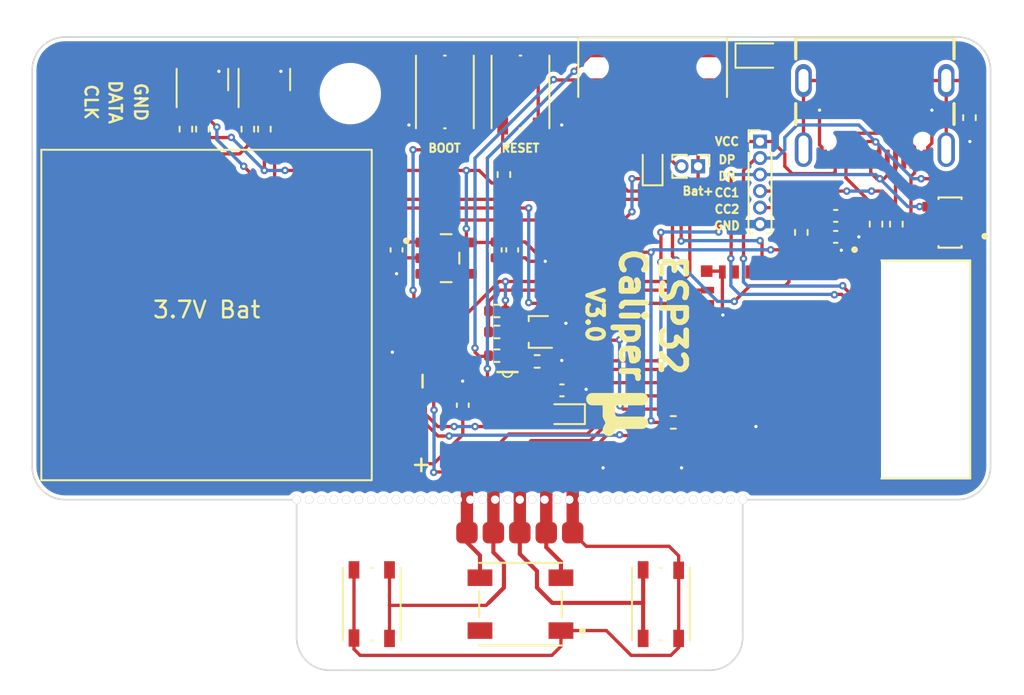
<source format=kicad_pcb>
(kicad_pcb (version 20211014) (generator pcbnew)
  (layers (0 "F.Cu" signal) (31 "B.Cu" signal) (34 "B.Paste" user) (35 "F.Paste" user) (36 "B.SilkS" user "B.Silkscreen") (37 "F.SilkS" user "F.Silkscreen") (38 "B.Mask" user) (39 "F.Mask" user) (44 "Edge.Cuts" user))
  (net 0 "")
  (net 1 "GND")
  (net 2 "+5V")
  (net 3 "+3V3")
  (net 4 "Net-(BT1-Pad1)")
  (net 5 "/DP")
  (net 6 "/LED")
  (net 9 "/DN")
  (net 10 "/BATMOS")
  (net 12 "Net-(J1-PadS1)")
  (net 13 "/CLKOUT")
  (net 14 "/DATAOUT")
  (net 15 "/STAT")
  (net 16 "/CLKIN")
  (net 17 "/DATAIN")
  (net 18 "Net-(Q3-Pad3)")
  (net 19 "/BAT")
  (net 20 "Net-(D3-Pad2)")
  (net 21 "/enterButton")
  (net 22 "/spaceButton")
  (net 40 "VDD")
  (net 41 "Net-(D5-Pad2)")
  (net 42 "/CC1")
  (net 43 "/CC2")
  (net 44 "Net-(Q1-Pad1)")
  (net 45 "Net-(Q2-Pad1)")
  (net 46 "Net-(R8-Pad2)")
  (net 47 "Net-(R10-Pad2)")
  (net 48 "Net-(R14-Pad2)")
  (net 50 "Net-(R13-Pad1)")
  (net 51 "Net-(SW1-Pad1)")
  (footprint "Capacitor_SMD:C_0402_1005Metric" (layer "F.Cu") (at 185.58 66.27)
    (fp_text reference "C10" hide)
    (fp_text value ".1uF")
  )
  (footprint "slide switch v3:SW_JS102011SAQN" (layer "F.Cu") (at 174.5 56 180)
    (fp_text reference "S1" hide)
    (fp_text value "JS102011SAQN")
  )
  (footprint "Connector_PinHeader_1.00mm:PinHeader_1x06_P1.00mm_Vertical" (layer "F.Cu") (at 181 60.5)
    (fp_text reference "U9" hide)
    (fp_text value "USBC_Probe_Point")
  )
  (footprint "Resistor_SMD:R_0402_1005Metric" (layer "F.Cu") (at 183.5 66 90)
    (fp_text reference "R13" hide)
    (fp_text value "10k")
  )
  (footprint "Library:InterBoardConnection" (layer "F.Cu") (at 152.962 82.175)
    (fp_text reference "U6" hide)
    (fp_text value "InterBoardConnection")
  )
  (footprint "Capacitor_SMD:C_0402_1005Metric" (layer "F.Cu") (at 163.0104 76.4602 90)
    (fp_text reference "C2" hide)
    (fp_text value "4.7u")
  )
  (footprint "Resistor_SMD:R_0402_1005Metric" (layer "F.Cu") (at 150 59.75 -90)
    (fp_text reference "R1" hide)
    (fp_text value "50k")
  )
  (footprint "neopixel:LED_1655" (layer "F.Cu") (at 166.5 88.5 180)
    (fp_text reference "D2" hide)
    (fp_text value "NeoPixel")
  )
  (footprint "Resistor_SMD:R_0402_1005Metric" (layer "F.Cu") (at 175.75 77.5)
    (fp_text reference "R14" hide)
    (fp_text value "10k")
  )
  (footprint "Library:Caliper" (layer "F.Cu") (at 140.5 55.88)
    (fp_text reference "U2" hide)
    (fp_text value "Dig_Caliper")
  )
  (footprint "Resistor_SMD:R_0402_1005Metric" (layer "F.Cu") (at 167.5104 73.8102 180)
    (fp_text reference "R8" hide)
    (fp_text value "2k")
  )
  (footprint "Capacitor_SMD:C_0402_1005Metric" (layer "F.Cu") (at 185.58 65)
    (fp_text reference "C9" hide)
    (fp_text value "10uF")
  )
  (footprint "Capacitor_SMD:C_0402_1005Metric" (layer "F.Cu") (at 166 67.0602 -90)
    (fp_text reference "C4" hide)
    (fp_text value "1u")
  )
  (footprint "Resistor_SMD:R_0402_1005Metric" (layer "F.Cu") (at 165.08 70.755)
    (fp_text reference "R3" hide)
    (fp_text value "5k1")
  )
  (footprint "Button_Switch_SMD:SW_Push_1P1T_NO_Vertical_Wuerth_434133025816" (layer "F.Cu") (at 157.5 88.5 -90)
    (fp_text reference "SW3" hide)
    (fp_text value "SendEnter")
  )
  (footprint "Diode_SMD:D_SOD-523" (layer "F.Cu") (at 174.5 62 90)
    (fp_text reference "D3" hide)
    (fp_text value "D_Schottky")
  )
  (footprint "Resistor_SMD:R_0402_1005Metric" (layer "F.Cu") (at 147.25 59.75 -90)
    (fp_text reference "R12" hide)
    (fp_text value "50k")
  )
  (footprint "3V3Reg:SOT95P280X145-5N" (layer "F.Cu") (at 162 67.5602)
    (fp_text reference "U3" hide)
    (fp_text value "LP5907MFX-3.3")
  )
  (footprint "Resistor_SMD:R_0402_1005Metric" (layer "F.Cu") (at 193.675 59.055 90)
    (fp_text reference "R6" hide)
    (fp_text value "100k")
  )
  (footprint "Button_Switch_SMD:SW_Push_1P1T_NO_Vertical_Wuerth_434133025816" (layer "F.Cu") (at 175 88.5 90)
    (fp_text reference "SW4" hide)
    (fp_text value "SendSpace")
  )
  (footprint "Resistor_SMD:R_0402_1005Metric" (layer "F.Cu") (at 165.08 72.025 180)
    (fp_text reference "R7" hide)
    (fp_text value "5k1")
  )
  (footprint "Package_TO_SOT_SMD:SOT-416" (layer "F.Cu") (at 167.5104 72.025 180)
    (fp_text reference "Q3" hide)
    (fp_text value "SSM3K36FS")
  )
  (footprint "Resistor_SMD:R_0402_1005Metric" (layer "F.Cu") (at 189.25 65.5 90)
    (fp_text reference "R4" hide)
    (fp_text value "5k1")
  )
  (footprint "MountingHole:MountingHole_3.2mm_M3" (layer "F.Cu") (at 156.2 57.6)
    (fp_text reference "H1" hide)
    (fp_text value "MountingHole")
  )
  (footprint "Capacitor_SMD:C_0402_1005Metric" (layer "F.Cu") (at 159 67.0602 -90)
    (fp_text reference "C3" hide)
    (fp_text value "1u")
  )
  (footprint "Resistor_SMD:R_0402_1005Metric" (layer "F.Cu") (at 165.08 73.4602 180)
    (fp_text reference "R9" hide)
    (fp_text value "470")
  )
  (footprint "Resistor_SMD:R_0402_1005Metric" (layer "F.Cu") (at 188.02 65.5 90)
    (fp_text reference "R5" hide)
    (fp_text value "5k1")
  )
  (footprint "esp32:XCVR_ESP32-C3-MINI-1-N4" (layer "F.Cu") (at 185.42 74.295 -90)
    (fp_text reference "U4" hide)
    (fp_text value "ESP32-C3-MINI-1-N4")
  )
  (footprint "Capacitor_SMD:C_0402_1005Metric" (layer "F.Cu") (at 169.0104 75.5602)
    (fp_text reference "C1" hide)
    (fp_text value "4.7u")
  )
  (footprint "Capacitor_SMD:C_0402_1005Metric" (layer "F.Cu") (at 165 67.0602 -90)
    (fp_text reference "C5" hide)
    (fp_text value "1u")
  )
  (footprint "Connector_PinHeader_1.00mm:PinHeader_1x02_P1.00mm_Vertical" (layer "F.Cu") (at 177.25 62 -90)
    (fp_text reference "J2" hide)
    (fp_text value "Current Testing")
  )
  (footprint "Package_TO_SOT_SMD:SOT-23" (layer "F.Cu") (at 151 56.75 90)
    (fp_text reference "Q1" hide)
    (fp_text value "BC846BLT1G")
  )
  (footprint "Button_Switch_SMD:SW_Push_1P1T_NO_Vertical_Wuerth_434133025816" (layer "F.Cu") (at 161.925 57.5 -90)
    (fp_text reference "SW1" hide)
    (fp_text value "Boot")
  )
  (footprint "Package_TO_SOT_SMD:SOT-23" (layer "F.Cu") (at 147.25 56.75 90)
    (fp_text reference "Q2" hide)
    (fp_text value "BC846BLT1G")
  )
  (footprint "ESD Prot:SOT143" (layer "F.Cu") (at 192.5 65.405 90)
    (fp_text reference "D1" hide)
    (fp_text value "SP0503BAHTG")
  )
  (footprint "LED_SMD:LED_0603_1608Metric" (layer "F.Cu") (at 181 55.3)
    (fp_text reference "D5" hide)
    (fp_text value "LED")
  )
  (footprint "Library:Battery" (layer "F.Cu") (at 147.5 71)
    (fp_text reference "BT1" hide)
    (fp_text value "3.7")
  )
  (footprint "USB C:GCT_USB4105-GF-A" (layer "F.Cu") (at 187.95 56.81 180)
    (fp_text reference "J1" hide)
    (fp_text value "USB4105-GF-A")
  )
  (footprint "Resistor_SMD:R_0402_1005Metric" (layer "F.Cu") (at 165.5 62.5 90)
    (fp_text reference "R10" hide)
    (fp_text value "50k")
  )
  (footprint "Diode_SMD:D_SOD-523" (layer "F.Cu") (at 169.25 77 180)
    (fp_text reference "D4" hide)
    (fp_text value "D_Schottky")
  )
  (footprint "Resistor_SMD:R_0402_1005Metric" (layer "F.Cu") (at 151 59.75 -90)
    (fp_text reference "R2" hide)
    (fp_text value "50k")
  )
  (footprint "mcp738:SOT95P280X145-5N" (layer "F.Cu") (at 165.715 76)
    (fp_text reference "U1" hide)
    (fp_text value "MCP73831T-5ACI/OT")
  )
  (footprint "Button_Switch_SMD:SW_Push_1P1T_NO_Vertical_Wuerth_434133025816" (layer "F.Cu") (at 166.5 57.5 -90)
    (fp_text reference "SW2" hide)
    (fp_text value "Rst")
  )
  (footprint "Resistor_SMD:R_0402_1005Metric" (layer "F.Cu") (at 146.25 59.75 -90)
    (fp_text reference "R11" hide)
    (fp_text value "50k")
  )
  (gr_line (start 179.95 82.175) (end 179.95 90.5) (layer "Edge.Cuts") (width 0.1))
  (gr_line (start 138.95 54.175) (end 192.95 54.175) (layer "Edge.Cuts") (width 0.1))
  (gr_arc (start 138.95 82.175) (mid 137.535786 81.589214) (end 136.95 80.175) (layer "Edge.Cuts") (width 0.1))
  (gr_arc (start 194.95 80.175) (mid 194.364214 81.589214) (end 192.95 82.175) (layer "Edge.Cuts") (width 0.1))
  (gr_line (start 194.95 56.175) (end 194.95 80.175) (layer "Edge.Cuts") (width 0.1))
  (gr_line (start 152.95 90.5) (end 152.95 82.175) (layer "Edge.Cuts") (width 0.1))
  (gr_arc (start 192.95 54.175) (mid 194.364214 54.760786) (end 194.95 56.175) (layer "Edge.Cuts") (width 0.1))
  (gr_line (start 136.95 56.175) (end 136.95 80.175) (layer "Edge.Cuts") (width 0.1))
  (gr_arc (start 136.95 56.175) (mid 137.535786 54.760786) (end 138.95 54.175) (layer "Edge.Cuts") (width 0.1))
  (gr_arc (start 179.95 90.5) (mid 179.364214 91.914214) (end 177.95 92.5) (layer "Edge.Cuts") (width 0.1))
  (gr_arc (start 154.95 92.5) (mid 153.535786 91.914214) (end 152.95 90.5) (layer "Edge.Cuts") (width 0.1))
  (gr_line (start 177.95 92.5) (end 154.95 92.5) (layer "Edge.Cuts") (width 0.1))
  (gr_line (start 192.95 82.175) (end 179.95 82.175) (layer "Edge.Cuts") (width 0.1))
  (gr_line (start 152.95 82.175) (end 138.95 82.175) (layer "Edge.Cuts") (width 0.1))
  (gr_text "GND" (at 179 65.6) (layer "F.SilkS") (effects (font (size 0.5 0.5) (thickness 0.125))))
  (gr_text "ESP32\nCaliper" (at 174.5 71 270) (layer "F.SilkS") (effects (font (size 1.5 1.5) (thickness 0.35))))
  (gr_text "DN" (at 179 62.6) (layer "F.SilkS") (effects (font (size 0.5 0.5) (thickness 0.125))))
  (gr_text "Bat+" (at 177.25 63.5) (layer "F.SilkS") (effects (font (size 0.5 0.5) (thickness 0.125))))
  (gr_text "GND" (at 143.51717 58.110079 270) (layer "F.SilkS") (effects (font (size 0.75 0.75))))
  (gr_text "V3.0" (at 171 71 270) (layer "F.SilkS") (effects (font (size 1 1) (thickness 0.25))))
  (gr_text "DP" (at 179 61.6) (layer "F.SilkS") (effects (font (size 0.5 0.5) (thickness 0.125))))
  (gr_text "μ" (at 173.2 76.95 270) (layer "F.SilkS") (effects (font (size 3 3) (thickness 0.75))))
  (gr_text "CC2" (at 179 64.6) (layer "F.SilkS") (effects (font (size 0.5 0.5) (thickness 0.125))))
  (gr_text "VCC" (at 179 60.5) (layer "F.SilkS") (effects (font (size 0.5 0.5) (thickness 0.125))))
  (gr_text "DATA" (at 141.96717 58.110079 270) (layer "F.SilkS") (effects (font (size 0.75 0.75))))
  (gr_text "RESET" (at 166.5 60.9) (layer "F.SilkS") (effects (font (size 0.5 0.5) (thickness 0.125))))
  (gr_text "CC1" (at 179 63.6) (layer "F.SilkS") (effects (font (size 0.5 0.5) (thickness 0.125))))
  (gr_text "BOOT" (at 161.9 60.9) (layer "F.SilkS") (effects (font (size 0.5 0.5) (thickness 0.125))))
  (gr_text "CLK" (at 140.51717 58.110079 270) (layer "F.SilkS") (effects (font (size 0.75 0.75))))
  (segment (start 168.9398 73.8102) (end 169 73.75) (width 0.2) (layer "F.Cu") (net 1))
  (segment (start 169.662 84.175) (end 170.487 85) (width 0.2) (layer "F.Cu") (net 1))
  (segment (start 191.15 60.85) (end 191.4 60.6) (width 0.2) (layer "F.Cu") (net 1))
  (segment (start 178.72 70.97) (end 178.75 71) (width 0.2) (layer "F.Cu") (net 1))
  (segment (start 176.075 86.45) (end 176.075 90.575) (width 0.2) (layer "F.Cu") (net 1))
  (segment (start 159.8 59.55) (end 159.75 59.5) (width 0.2) (layer "F.Cu") (net 1))
  (segment (start 186.06 65) (end 186.06 66.27) (width 0.2) (layer "F.Cu") (net 1))
  (segment (start 180.745 76.27) (end 180.745 72.32) (width 0.2) (layer "F.Cu") (net 1))
  (segment (start 148.2 57.6875) (end 148.2 56.3) (width 0.2) (layer "F.Cu") (net 1))
  (segment (start 177.77 68.345) (end 178.67 68.345) (width 0.2) (layer "F.Cu") (net 1))
  (segment (start 177.77 80.245) (end 176.255 80.245) (width 0.2) (layer "F.Cu") (net 1))
  (segment (start 163.0104 75.9802) (end 164.3998 75.9802) (width 0.2) (layer "F.Cu") (net 1))
  (segment (start 169.225 71.525) (end 169.25 71.5) (width 0.2) (layer "F.Cu") (net 1))
  (segment (start 166 67.5402) (end 166.7902 67.5402) (width 0.2) (layer "F.Cu") (net 1))
  (segment (start 169.4904 75.5602) (end 170.4153 75.5602) (width 0.2) (layer "F.Cu") (net 1))
  (segment (start 167 67.75) (end 168 67.75) (width 0.2) (layer "F.Cu") (net 1))
  (segment (start 192.69 67) (end 193.525 66.165) (width 0.2) (layer "F.Cu") (net 1))
  (segment (start 184.75 61.565) (end 184.75 60.85) (width 0.2) (layer "F.Cu") (net 1))
  (segment (start 151.95 57.6875) (end 151.95 56.3) (width 0.2) (layer "F.Cu") (net 1))
  (segment (start 176.255 80.245) (end 176.25 80.25) (width 0.2) (layer "F.Cu") (net 1))
  (segment (start 177.82 71.095) (end 178.655 71.095) (width 0.2) (layer "F.Cu") (net 1))
  (segment (start 156.425 91.225) (end 156.8 91.6) (width 0.2) (layer "F.Cu") (net 1))
  (segment (start 186.06 66.27) (end 186.98 66.27) (width 0.2) (layer "F.Cu") (net 1))
  (segment (start 187.67 80.245) (end 187.67 68.345) (width 0.2) (layer "F.Cu") (net 1))
  (segment (start 169.662 80.175) (end 169.662 84.175) (width 0.75) (layer "F.Cu") (net 1))
  (segment (start 193.675 60.475) (end 193.7 60.5) (width 0.2) (layer "F.Cu") (net 1))
  (segment (start 186.98 66.27) (end 187.76 66.27) (width 0.2) (layer "F.Cu") (net 1))
  (segment (start 159 67.5402) (end 160.725 67.5402) (width 0.2) (layer "F.Cu") (net 1))
  (segment (start 175.5 85) (end 176.075 85.575) (width 0.2) (layer "F.Cu") (net 1))
  (segment (start 175.6 91.6) (end 176.075 91.125) (width 0.2) (layer "F.Cu") (net 1))
  (segment (start 164.3998 75.9802) (end 164.4196 76) (width 0.2) (layer "F.Cu") (net 1))
  (segment (start 156.425 86.425) (end 156.425 90.55) (width 0.2) (layer "F.Cu") (net 1))
  (segment (start 167.575 59.575) (end 167.575 55.425) (width 0.2) (layer "F.Cu") (net 1))
  (segment (start 182.72 72.32) (end 182.72 76.27) (width 0.2) (layer "F.Cu") (net 1))
  (segment (start 187.62 68.395) (end 187.67 68.345) (width 0.2) (layer "F.Cu") (net 1))
  (segment (start 169.662 80.175) (end 171.425 80.175) (width 0.2) (layer "F.Cu") (net 1))
  (segment (start 168.1604 71.525) (end 169.225 71.525) (width 0.2) (layer "F.Cu") (net 1))
  (segment (start 148.2 56.3) (end 148.25 56.25) (width 0.2) (layer "F.Cu") (net 1))
  (segment (start 156.425 90.55) (end 156.425 91.225) (width 0.2) (layer "F.Cu") (net 1))
  (segment (start 185.92 68.395) (end 187.62 68.395) (width 0.2) (layer "F.Cu") (net 1))
  (segment (start 185.92 68.395) (end 185.92 67.08) (width 0.2) (layer "F.Cu") (net 1))
  (segment (start 170.487 85) (end 175.5 85) (width 0.2) (layer "F.Cu") (net 1))
  (segment (start 165 67.5402) (end 166 67.5402) (width 0.2) (layer "F.Cu") (net 1))
  (segment (start 187.76 66.27) (end 188.02 66.01) (width 0.2) (layer "F.Cu") (net 1))
  (segment (start 151.95 56.3) (end 152 56.25) (width 0.2) (layer "F.Cu") (net 1))
  (segment (start 171.425 80.175) (end 171.5 80.25) (width 0.2) (layer "F.Cu") (net 1))
  (segment (start 191.4 60.6) (end 191.4 58.6) (width 0.2) (layer "F.Cu") (net 1))
  (segment (start 190.24 67) (end 192.69 67) (width 0.2) (layer "F.Cu") (net 1))
  (segment (start 160.85 59.55) (end 159.8 59.55) (width 0.2) (layer "F.Cu") (net 1))
  (segment (start 160.725 67.5402) (end 160.745 67.5602) (width 0.2) (layer "F.Cu") (net 1))
  (segment (start 185.92 67.08) (end 185.92 66.41) (width 0.2) (layer "F.Cu") (net 1))
  (segment (start 168.95 91.05) (end 168.95 90.1) (width 0.2) (layer "F.Cu") (net 1))
  (segment (start 184.7 60.8) (end 184.6 60.7) (width 0.2) (layer "F.Cu") (net 1))
  (segment (start 188.02 66.01) (end 189.25 66.01) (width 0.2) (layer "F.Cu") (net 1))
  (segment (start 180.745 72.32) (end 184.695 72.32) (width 0.2) (layer "F.Cu") (net 1))
  (segment (start 189.25 66.01) (end 190.24 67) (width 0.2) (layer "F.Cu") (net 1))
  (segment (start 176.075 85.575) (end 176.075 86.45) (width 0.2) (layer "F.Cu") (net 1))
  (segment (start 178.655 71.095) (end 178.75 71) (width 0.2) (layer "F.Cu") (net 1))
  (segment (start 166.7902 67.5402) (end 167 67.75) (width 0.2) (layer "F.Cu") (net 1))
  (segment (start 180.745 77.745) (end 180.75 77.75) (width 0.2) (layer "F.Cu") (net 1))
  (segment (start 184.695 74.295) (end 180.745 74.295) (width 0.2) (layer "F.Cu") (net 1))
  (segment (start 158.75 75) (end 158.75 73.25) (width 0.2) (layer "F.Cu") (net 1))
  (segment (start 156.8 91.6) (end 168.4 91.6) (width 0.2) (layer "F.Cu") (net 1))
  (segment (start 185.92 66.41) (end 186.06 66.27) (width 0.2) (layer "F.Cu") (net 1))
  (segment (start 173.2 91.6) (end 175.6 91.6) (width 0.2) (layer "F.Cu") (net 1))
  (segment (start 184.75 60.85) (end 184.7 60.8) (width 0.2) (layer "F.Cu") (net 1))
  (segment (start 180.745 76.27) (end 184.695 76.27) (width 0.2) (layer "F.Cu") (net 1))
  (segment (start 159 67.5402) (end 159 68.5) (width 0.2) (layer "F.Cu") (net 1))
  (segment (start 171.7 90.1) (end 173.2 91.6) (width 0.2) (layer "F.Cu") (net 1))
  (segment (start 163.0104 75.0104) (end 163 75) (width 0.2) (layer "F.Cu") (net 1))
  (segment (start 143.5 55.88) (end 143.5 57.9) (width 0.2) (layer "F.Cu") (net 1))
  (segment (start 184.6 60.7) (end 184.6 58.6) (width 0.2) (layer "F.Cu") (net 1))
  (segment (start 168.4 91.6) (end 168.95 91.05) (width 0.2) (layer "F.Cu") (net 1))
  (segment (start 180.745 76.27) (end 180.745 77.745) (width 0.2) (layer "F.Cu") (net 1))
  (segment (start 168.95 90.1) (end 171.7 90.1) (width 0.2) (layer "F.Cu") (net 1))
  (segment (start 178.67 68.345) (end 178.72 68.395) (width 0.2) (layer "F.Cu") (net 1))
  (segment (start 168.0204 73.8102) (end 168.9398 73.8102) (width 0.2) (layer "F.Cu") (net 1))
  (segment (start 176.075 91.125) (end 176.075 90.575) (width 0.2) (layer "F.Cu") (net 1))
  (segment (start 163.0104 75.9802) (end 163.0104 75.0104) (width 0.2) (layer "F.Cu") (net 1))
  (segment (start 168.925 59.575) (end 169 59.5) (width 0.2) (layer "F.Cu") (net 1))
  (segment (start 193.675 59.565) (end 193.675 60.475) (width 0.2) (layer "F.Cu") (net 1))
  (segment (start 184.695 76.27) (end 184.695 72.32) (width 0.2) (layer "F.Cu") (net 1))
  (segment (start 191.15 61.565) (end 191.15 60.85) (width 0.2) (layer "F.Cu") (net 1))
  (segment (start 167.575 59.575) (end 168.925 59.575) (width 0.2) (layer "F.Cu") (net 1))
  (segment (start 170.4153 75.5602) (end 170.4755 75.5) (width 0.2) (layer "F.Cu") (net 1))
  (segment (start 160.85 55.425) (end 160.85 59.55) (width 0.2) (layer "F.Cu") (net 1))
  (segment (start 178.72 68.395) (end 178.72 70.97) (width 0.2) (layer "F.Cu") (net 1))
  (via (at 168 67.75) (size 0.45) (drill 0.2) (layers "F.Cu" "B.Cu") (net 1))
  (via (at 191.4 58.6) (size 0.45) (drill 0.2) (layers "F.Cu" "B.Cu") (net 1))
  (via (at 163 75) (size 0.45) (drill 0.2) (layers "F.Cu" "B.Cu") (net 1))
  (via (at 169 73.75) (size 0.45) (drill 0.2) (layers "F.Cu" "B.Cu") (net 1))
  (via (at 193.7 60.5) (size 0.45) (drill 0.2) (layers "F.Cu" "B.Cu") (net 1))
  (via (at 159.75 59.5) (size 0.45) (drill 0.2) (layers "F.Cu" "B.Cu") (net 1))
  (via (at 176.25 80.25) (size 0.45) (drill 0.2) (layers "F.Cu" "B.Cu") (net 1))
  (via (at 185.92 67.08) (size 0.45) (drill 0.2) (layers "F.Cu" "B.Cu") (net 1))
  (via (at 148.25 56.25) (size 0.45) (drill 0.2) (layers "F.Cu" "B.Cu") (net 1))
  (via (at 178.75 71) (size 0.45) (drill 0.2) (layers "F.Cu" "B.Cu") (net 1))
  (via (at 171.5 80.25) (size 0.45) (drill 0.2) (layers "F.Cu" "B.Cu") (net 1))
  (via (at 184.6 58.6) (size 0.45) (drill 0.2) (layers "F.Cu" "B.Cu") (net 1))
  (via (at 169 59.5) (size 0.45) (drill 0.2) (layers "F.Cu" "B.Cu") (net 1))
  (via (at 170.4755 75.5) (size 0.45) (drill 0.2) (layers "F.Cu" "B.Cu") (net 1))
  (via (at 180.75 77.75) (size 0.45) (drill 0.2) (layers "F.Cu" "B.Cu") (net 1))
  (via (at 152 56.25) (size 0.45) (drill 0.2) (layers "F.Cu" "B.Cu") (net 1))
  (via (at 186.98 66.27) (size 0.45) (drill 0.2) (layers "F.Cu" "B.Cu") (net 1))
  (via (at 143.5 57.9) (size 0.45) (drill 0.2) (layers "F.Cu" "B.Cu") (net 1))
  (via (at 169.25 71.5) (size 0.45) (drill 0.2) (layers "F.Cu" "B.Cu") (net 1))
  (via (at 158.75 73.25) (size 0.45) (drill 0.2) (layers "F.Cu" "B.Cu") (net 1))
  (via (at 159 68.5) (size 0.45) (drill 0.2) (layers "F.Cu" "B.Cu") (net 1))
  (segment (start 182.94 62.44) (end 182.5 62) (width 0.2) (layer "F.Cu") (net 2))
  (segment (start 175 66) (end 175 67.8) (width 0.2) (layer "F.Cu") (net 2))
  (segment (start 169.7295 73.7705) (end 168.5304 74.9696) (width 0.2) (layer "F.Cu") (net 2))
  (segment (start 190.133501 65.883501) (end 190.615 66.365) (width 0.2) (layer "F.Cu") (net 2))
  (segment (start 189.5 60) (end 190.35 60.85) (width 0.2) (layer "F.Cu") (net 2))
  (segment (start 190.133501 62.616499) (end 190.133501 65.883501) (width 0.2) (layer "F.Cu") (net 2))
  (segment (start 168.5304 74.9696) (end 168.5304 75.5602) (width 0.2) (layer "F.Cu") (net 2))
  (segment (start 185.55 61.565) (end 185.55 62.34) (width 0.2) (layer "F.Cu") (net 2))
  (segment (start 165.59 73.4602) (end 165.59 76.6398) (width 0.2) (layer "F.Cu") (net 2))
  (segment (start 185.45 62.44) (end 182.94 62.44) (width 0.2) (layer "F.Cu") (net 2))
  (segment (start 185.55 61.565) (end 185.55 60.95) (width 0.2) (layer "F.Cu") (net 2))
  (segment (start 165.59 76.6398) (end 165.89 76.9398) (width 0.2) (layer "F.Cu") (net 2))
  (segment (start 168.5304 76.9804) (end 168.55 77) (width 0.2) (layer "F.Cu") (net 2))
  (segment (start 190.35 61.565) (end 190.35 62.4) (width 0.2) (layer "F.Cu") (net 2))
  (segment (start 168.5304 75.5602) (end 168.5304 76.9804) (width 0.2) (layer "F.Cu") (net 2))
  (segment (start 178.5 62.25) (end 178.5 65.9755) (width 0.2) (layer "F.Cu") (net 2))
  (segment (start 165.89 76.9398) (end 167.0104 76.9398) (width 0.2) (layer "F.Cu") (net 2))
  (segment (start 190.35 60.85) (end 190.35 61.565) (width 0.2) (layer "F.Cu") (net 2))
  (segment (start 182.5 61.25) (end 181.75 60.5) (width 0.2) (layer "F.Cu") (net 2))
  (segment (start 181.75 60.5) (end 181 60.5) (width 0.2) (layer "F.Cu") (net 2))
  (segment (start 186.5 60) (end 189.5 60) (width 0.2) (layer "F.Cu") (net 2))
  (segment (start 168.4898 76.9398) (end 168.55 77) (width 0.2) (layer "F.Cu") (net 2))
  (segment (start 181 60.5) (end 180.25 60.5) (width 0.2) (layer "F.Cu") (net 2))
  (segment (start 185.55 62.34) (end 185.45 62.44) (width 0.2) (layer "F.Cu") (net 2))
  (segment (start 180.25 60.5) (end 178.75 62) (width 0.2) (layer "F.Cu") (net 2))
  (segment (start 190.615 66.365) (end 191.475 66.365) (width 0.2) (layer "F.Cu") (net 2))
  (segment (start 185.55 60.95) (end 186.5 60) (width 0.2) (layer "F.Cu") (net 2))
  (segment (start 167.0104 76.9398) (end 168.4898 76.9398) (width 0.2) (layer "F.Cu") (net 2))
  (segment (start 175 73.7705) (end 169.7295 73.7705) (width 0.2) (layer "F.Cu") (net 2))
  (segment (start 178.75 62) (end 178.5 62.25) (width 0.2) (layer "F.Cu") (net 2))
  (segment (start 182.5 62) (end 182.5 61.25) (width 0.2) (layer "F.Cu") (net 2))
  (segment (start 190.35 62.4) (end 190.133501 62.616499) (width 0.2) (layer "F.Cu") (net 2))
  (via (at 178.5 65.9755) (size 0.45) (drill 0.2) (layers "F.Cu" "B.Cu") (net 2))
  (via (at 175 73.7705) (size 0.45) (drill 0.2) (layers "F.Cu" "B.Cu") (net 2))
  (via (at 175 66) (size 0.45) (drill 0.2) (layers "F.Cu" "B.Cu") (net 2))
  (via (at 175 67.8) (size 0.45) (drill 0.2) (layers "F.Cu" "B.Cu") (net 2))
  (segment (start 175 67.8) (end 175 73.7705) (width 0.2) (layer "B.Cu") (net 2))
  (segment (start 175.0245 65.9755) (end 178.5 65.9755) (width 0.2) (layer "B.Cu") (net 2))
  (segment (start 175 66) (end 175.0245 65.9755) (width 0.2) (layer "B.Cu") (net 2))
  (segment (start 184.01 65.49) (end 184.5 65) (width 0.2) (layer "F.Cu") (net 3))
  (segment (start 152.25 62.25) (end 163.2255 62.25) (width 0.2) (layer "F.Cu") (net 3))
  (segment (start 163.255 67.245) (end 163.25 67.25) (width 0.2) (layer "F.Cu") (net 3))
  (segment (start 161.2745 80.5) (end 162.937 80.5) (width 0.2) (layer "F.Cu") (net 3))
  (segment (start 164.76 63.01) (end 164 62.25) (width 0.2) (layer "F.Cu") (net 3))
  (segment (start 184.5 65) (end 185.1 65) (width 0.2) (layer "F.Cu") (net 3))
  (segment (start 165.5 63.01) (end 164.76 63.01) (width 0.2) (layer "F.Cu") (net 3))
  (segment (start 148.99 60.26) (end 149 60.25) (width 0.2) (layer "F.Cu") (net 3))
  (segment (start 163.262 84.762) (end 164.05 85.55) (width 0.25) (layer "F.Cu") (net 3))
  (segment (start 147.25 60.26) (end 148.99 60.26) (width 0.2) (layer "F.Cu") (net 3))
  (segment (start 164.97 66.6102) (end 165 66.5802) (width 0.2) (layer "F.Cu") (net 3))
  (segment (start 185.12 65.02) (end 185.12 68.395) (width 0.2) (layer "F.Cu") (net 3))
  (segment (start 185.1 65) (end 185.12 65.02) (width 0.2) (layer "F.Cu") (net 3))
  (segment (start 163.25 67.25) (end 163.242778 67.25) (width 0.2) (layer "F.Cu") (net 3))
  (segment (start 163.255 66.6102) (end 164.97 66.6102) (width 0.2) (layer "F.Cu") (net 3))
  (segment (start 161.25 80.5245) (end 161.2745 80.5) (width 0.2) (layer "F.Cu") (net 3))
  (segment (start 151 62.25) (end 151 60.26) (width 0.2) (layer "F.Cu") (net 3))
  (segment (start 163.255 66.6102) (end 163.255 67.245) (width 0.2) (layer "F.Cu") (net 3))
  (segment (start 163.242778 67.25) (end 162.25 68.242778) (width 0.2) (layer "F.Cu") (net 3))
  (segment (start 166.7802 66.5802) (end 166 66.5802) (width 0.2) (layer "F.Cu") (net 3))
  (segment (start 174.4 67.2) (end 167.4 67.2) (width 0.2) (layer "F.Cu") (net 3))
  (segment (start 174.5 77.5) (end 175.24 77.5) (width 0.2) (layer "F.Cu") (net 3))
  (segment (start 163.262 84.175) (end 163.262 84.762) (width 0.25) (layer "F.Cu") (net 3))
  (segment (start 164.05 85.55) (end 164.05 86.9) (width 0.25) (layer "F.Cu") (net 3))
  (segment (start 163.2255 66.5807) (end 163.255 66.6102) (width 0.2) (layer "F.Cu") (net 3))
  (segment (start 182.6 66.9) (end 182.6 65.7) (width 0.2) (layer "F.Cu") (net 3))
  (segment (start 167.4 67.2) (end 166.7802 66.5802) (width 0.2) (layer "F.Cu") (net 3))
  (segment (start 164 62.25) (end 163.2255 62.25) (width 0.2) (layer "F.Cu") (net 3))
  (segment (start 182.6 65.7) (end 182.81 65.49) (width 0.2) (layer "F.Cu") (net 3))
  (segment (start 182.81 65.49) (end 183.5 65.49) (width 0.2) (layer "F.Cu") (net 3))
  (segment (start 163.262 80.175) (end 163.262 84.175) (width 0.75) (layer "F.Cu") (net 3))
  (segment (start 182.446025 67.053975) (end 182.6 66.9) (width 0.2) (layer "F.Cu") (net 3))
  (segment (start 181.6445 67.053975) (end 182.446025 67.053975) (width 0.2) (layer "F.Cu") (net 3))
  (segment (start 174.4 77.4) (end 174.5 77.5) (width 0.2) (layer "F.Cu") (net 3))
  (segment (start 162.25 68.242778) (end 162.25 68.75) (width 0.2) (layer "F.Cu") (net 3))
  (segment (start 165 66.5802) (end 166 66.5802) (width 0.2) (layer "F.Cu") (net 3))
  (segment (start 161.25 76.75) (end 161.2695 76.75) (width 0.2) (layer "F.Cu") (net 3))
  (segment (start 161.25 69.75) (end 161.25 76.75) (width 0.2) (layer "F.Cu") (net 3))
  (segment (start 183.5 65.49) (end 184.01 65.49) (width 0.2) (layer "F.Cu") (net 3))
  (segment (start 162.937 80.5) (end 163.262 80.175) (width 0.2) (layer "F.Cu") (net 3))
  (segment (start 162.25 68.75) (end 161.25 69.75) (width 0.2) (layer "F.Cu") (net 3))
  (segment (start 163.2255 65.7745) (end 163.2255 66.5807) (width 0.2) (layer "F.Cu") (net 3))
  (via (at 174.4 67.2) (size 0.45) (drill 0.2) (layers "F.Cu" "B.Cu") (net 3))
  (via (at 163.2255 62.25) (size 0.45) (drill 0.2) (layers "F.Cu" "B.Cu") (net 3))
  (via (at 161.2695 76.75) (size 0.45) (drill 0.2) (layers "F.Cu" "B.Cu") (net 3))
  (via (at 174.4 77.4) (size 0.45) (drill 0.2) (layers "F.Cu" "B.Cu") (net 3))
  (via (at 161.25 80.5245) (size 0.45) (drill 0.2) (layers "F.Cu" "B.Cu") (net 3))
  (via (at 181.6445 67.053975) (size 0.45) (drill 0.2) (layers "F.Cu" "B.Cu") (net 3))
  (via (at 151 62.25) (size 0.45) (drill 0.2) (layers "F.Cu" "B.Cu") (net 3))
  (via (at 152.25 62.25) (size 0.45) (drill 0.2) (layers "F.Cu" "B.Cu") (net 3))
  (via (at 163.2255 65.7745) (size 0.45) (drill 0.2) (layers "F.Cu" "B.Cu") (net 3))
  (via (at 149 60.25) (size 0.45) (drill 0.2) (layers "F.Cu" "B.Cu") (net 3))
  (segment (start 181.6445 67.053975) (end 174.546025 67.053975) (width 0.2) (layer "B.Cu") (net 3))
  (segment (start 161.2695 80.505) (end 161.25 80.5245) (width 0.2) (layer "B.Cu") (net 3))
  (segment (start 151 62.25) (end 149 60.25) (width 0.2) (layer "B.Cu") (net 3))
  (segment (start 161.2695 76.75) (end 161.2695 80.505) (width 0.2) (layer "B.Cu") (net 3))
  (segment (start 151 62.25) (end 152.25 62.25) (width 0.2) (layer "B.Cu") (net 3))
  (segment (start 163.2255 62.25) (end 163.2255 65.7745) (width 0.2) (layer "B.Cu") (net 3))
  (segment (start 174.546025 67.053975) (end 174.4 67.2) (width 0.2) (layer "B.Cu") (net 3))
  (segment (start 174.4 67.2) (end 174.4 77.4) (width 0.2) (layer "B.Cu") (net 3))
  (segment (start 165.213814 68.9705) (end 162.1304 72.053914) (width 0.2) (layer "F.Cu") (net 4))
  (segment (start 165.59 70.1095) (end 165.59 70.755) (width 0.2) (layer "F.Cu") (net 4))
  (segment (start 177 60.5) (end 177.25 60.75) (width 0.2) (layer "F.Cu") (net 4))
  (segment (start 162.1304 72.053914) (end 162.1304 76.8206) (width 0.2) (layer "F.Cu") (net 4))
  (segment (start 162.25 76.9402) (end 163.0104 76.9402) (width 0.2) (layer "F.Cu") (net 4))
  (segment (start 176.75 63.5) (end 177.25 63) (width 0.2) (layer "F.Cu") (net 4))
  (segment (start 176.2795 68.9705) (end 176.75 68.5) (width 0.2) (layer "F.Cu") (net 4))
  (segment (start 165.59 68.9705) (end 165.213814 68.9705) (width 0.2) (layer "F.Cu") (net 4))
  (segment (start 177.25 63) (end 177.25 62) (width 0.2) (layer "F.Cu") (net 4))
  (segment (start 163.0104 76.9402) (end 164.4192 76.9402) (width 0.2) (layer "F.Cu") (net 4))
  (segment (start 161.25 80) (end 163.0104 78.2396) (width 0.2) (layer "F.Cu") (net 4))
  (segment (start 162.1304 76.8206) (end 162.25 76.9402) (width 0.2) (layer "F.Cu") (net 4))
  (segment (start 165.59 68.9705) (end 176.2795 68.9705) (width 0.2) (layer "F.Cu") (net 4))
  (segment (start 177 58.75) (end 177 60.5) (width 0.2) (layer "F.Cu") (net 4))
  (segment (start 176.75 68.5) (end 176.75 63.5) (width 0.2) (layer "F.Cu") (net 4))
  (segment (start 177.25 60.75) (end 177.25 62) (width 0.2) (layer "F.Cu") (net 4))
  (segment (start 163.0104 78.2396) (end 163.0104 76.9402) (width 0.2) (layer "F.Cu") (net 4))
  (segment (start 158.75 80) (end 161.25 80) (width 0.2) (layer "F.Cu") (net 4))
  (segment (start 164.4192 76.9402) (end 164.4196 76.9398) (width 0.2) (layer "F.Cu") (net 4))
  (via (at 165.59 68.9705) (size 0.45) (drill 0.2) (layers "F.Cu" "B.Cu") (net 4))
  (via (at 165.59 70.1095) (size 0.45) (drill 0.2) (layers "F.Cu" "B.Cu") (net 4))
  (segment (start 165.59 68.9705) (end 165.59 70.1095) (width 0.2) (layer "B.Cu") (net 4))
  (segment (start 188 60.5) (end 188.2 60.7) (width 0.2) (layer "F.Cu") (net 5))
  (segment (start 179.996606 67.588828) (end 180 67.585434) (width 0.2) (layer "F.Cu") (net 5))
  (segment (start 187.2 60.8) (end 187.5 60.5) (width 0.2) (layer "F.Cu") (net 5))
  (segment (start 180 62.25) (end 180.75 61.5) (width 0.2) (layer "F.Cu") (net 5))
  (segment (start 186 79.25) (end 180.75 79.25) (width 0.2) (layer "F.Cu") (net 5))
  (segment (start 186.75 78.5) (end 186 79.25) (width 0.2) (layer "F.Cu") (net 5))
  (segment (start 187.5 60.5) (end 188 60.5) (width 0.2) (layer "F.Cu") (net 5))
  (segment (start 190.75 62.75) (end 192.5 62.75) (width 0.2) (layer "F.Cu") (net 5))
  (segment (start 186 69.25) (end 186.75 70) (width 0.2) (layer "F.Cu") (net 5))
  (segment (start 188 60.5) (end 188 60.5245) (width 0.2) (layer "F.Cu") (net 5))
  (segment (start 180.32 79.68) (end 180.32 80.195) (width 0.2) (layer "F.Cu") (net 5))
  (segment (start 180.75 79.25) (end 180.32 79.68) (width 0.2) (layer "F.Cu") (net 5))
  (segment (start 187.2 61.565) (end 187.2 60.8) (width 0.2) (layer "F.Cu") (net 5))
  (segment (start 180.75 61.5) (end 181 61.5) (width 0.2) (layer "F.Cu") (net 5))
  (segment (start 188.2 60.7) (end 188.2 61.565) (width 0.2) (layer "F.Cu") (net 5))
  (segment (start 193.525 63.775) (end 193.525 64.445) (width 0.2) (layer "F.Cu") (net 5))
  (segment (start 180 67.585434) (end 180 62.25) (width 0.2) (layer "F.Cu") (net 5))
  (segment (start 192.5 62.75) (end 193.525 63.775) (width 0.2) (layer "F.Cu") (net 5))
  (segment (start 186.75 70) (end 186.75 78.5) (width 0.2) (layer "F.Cu") (net 5))
  (via (at 186.002632 69.229968) (size 0.45) (drill 0.2) (layers "F.Cu" "B.Cu") (net 5))
  (via (at 190.75 62.75) (size 0.45) (drill 0.2) (layers "F.Cu" "B.Cu") (net 5))
  (via (at 188 60.5245) (size 0.45) (drill 0.2) (layers "F.Cu" "B.Cu") (net 5))
  (via (at 179.996606 67.588828) (size 0.45) (drill 0.2) (layers "F.Cu" "B.Cu") (net 5))
  (segment (start 182.5 60.25) (end 183.25 59.5) (width 0.2) (layer "B.Cu") (net 5))
  (segment (start 188.0245 60.5245) (end 190.25 62.75) (width 0.2) (layer "B.Cu") (net 5))
  (segment (start 180.25 69.25) (end 185.9826 69.25) (width 0.2) (layer "B.Cu") (net 5))
  (segment (start 190.25 62.75) (end 190.75 62.75) (width 0.2) (layer "B.Cu") (net 5))
  (segment (start 182 61.5) (end 182.5 61) (width 0.2) (layer "B.Cu") (net 5))
  (segment (start 183.25 59.5) (end 186.9755 59.5) (width 0.2) (layer "B.Cu") (net 5))
  (segment (start 186.9755 59.5) (end 188 60.5245) (width 0.2) (layer "B.Cu") (net 5))
  (segment (start 179.996606 68.996606) (end 180.25 69.25) (width 0.2) (layer "B.Cu") (net 5))
  (segment (start 179.996606 67.588828) (end 179.996606 68.996606) (width 0.2) (layer "B.Cu") (net 5))
  (segment (start 185.9826 69.25) (end 186.002632 69.229968) (width 0.2) (layer "B.Cu") (net 5))
  (segment (start 181 61.5) (end 182 61.5) (width 0.2) (layer "B.Cu") (net 5))
  (segment (start 188 60.5245) (end 188.0245 60.5245) (width 0.2) (layer "B.Cu") (net 5))
  (segment (start 182.5 61) (end 182.5 60.25) (width 0.2) (layer "B.Cu") (net 5))
  (segment (start 168.062 84.175) (end 168.062 85.062) (width 0.25) (layer "F.Cu") (net 6))
  (segment (start 168.062 85.062) (end 168.95 85.95) (width 0.25) (layer "F.Cu") (net 6))
  (segment (start 168.062 84.175) (end 168.062 80.175) (width 0.75) (layer "F.Cu") (net 6))
  (segment (start 172.355 75.895) (end 177.82 75.895) (width 0.2) (layer "F.Cu") (net 6))
  (segment (start 172 76.25) (end 172.355 75.895) (width 0.2) (layer "F.Cu") (net 6))
  (segment (start 168.25 79) (end 171 79) (width 0.2) (layer "F.Cu") (net 6))
  (segment (start 171 79) (end 172 78) (width 0.2) (layer "F.Cu") (net 6))
  (segment (start 168.062 79.188) (end 168.25 79) (width 0.2) (layer "F.Cu") (net 6))
  (segment (start 168.95 85.95) (end 168.95 86.9) (width 0.25) (layer "F.Cu") (net 6))
  (segment (start 172 78) (end 172 76.25) (width 0.2) (layer "F.Cu") (net 6))
  (segment (start 168.062 80.175) (end 168.062 79.188) (width 0.2) (layer "F.Cu") (net 6))
  (segment (start 186.35 78.25) (end 185.75 78.85) (width 0.2) (layer "F.Cu") (net 9))
  (segment (start 186.35 70.165686) (end 186.35 78.25) (width 0.2) (layer "F.Cu") (net 9))
  (segment (start 185.75 78.85) (end 180.15 78.85) (width 0.2) (layer "F.Cu") (net 9))
  (segment (start 188.7 62.55) (end 188.7 61.565) (width 0.2) (layer "F.Cu") (net 9))
  (segment (start 187.7 62.39) (end 188.06 62.75) (width 0.2) (layer "F.Cu") (net 9))
  (segment (start 179.25 67.564564) (end 179.235589 67.578975) (width 0.2) (layer "F.Cu") (net 9))
  (segment (start 188.5 62.75) (end 188.7 62.55) (width 0.2) (layer "F.Cu") (net 9))
  (segment (start 191.466499 64.436499) (end 191.475 64.445) (width 0.2) (layer "F.Cu") (net 9))
  (segment (start 188.06 62.75) (end 188.25 62.75) (width 0.2) (layer "F.Cu") (net 9))
  (segment (start 185.934314 69.75) (end 186.35 70.165686) (width 0.2) (layer "F.Cu") (net 9))
  (segment (start 179.52 79.48) (end 179.52 80.195) (width 0.2) (layer "F.Cu") (net 9))
  (segment (start 187.7 61.565) (end 187.7 62.39) (width 0.2) (layer "F.Cu") (net 9))
  (segment (start 188.06 62.75) (end 188.5 62.75) (width 0.2) (layer "F.Cu") (net 9))
  (segment (start 185.5245 69.75) (end 185.934314 69.75) (width 0.2) (layer "F.Cu") (net 9))
  (segment (start 179.25 62.5) (end 179.25 67.564564) (width 0.2) (layer "F.Cu") (net 9))
  (segment (start 180.15 78.85) (end 179.52 79.48) (width 0.2) (layer "F.Cu") (net 9))
  (segment (start 185.5 69.7745) (end 185.5245 69.75) (width 0.2) (layer "F.Cu") (net 9))
  (segment (start 190.658501 64.436499) (end 191.466499 64.436499) (width 0.2) (layer "F.Cu") (net 9))
  (via (at 190.658501 64.436499) (size 0.45) (drill 0.2) (layers "F.Cu" "B.Cu") (net 9))
  (via (at 179.235589 67.578975) (size 0.45) (drill 0.2) (layers "F.Cu" "B.Cu") (net 9))
  (via (at 185.5 69.7745) (size 0.45) (drill 0.2) (layers "F.Cu" "B.Cu") (net 9))
  (via (at 179.25 62.5) (size 0.45) (drill 0.2) (layers "F.Cu" "B.Cu") (net 9))
  (via (at 188.25 62.75) (size 0.45) (drill 0.2) (layers "F.Cu" "B.Cu") (net 9))
  (segment (start 179.235589 69.235589) (end 179.75 69.75) (width 0.2) (layer "B.Cu") (net 9))
  (segment (start 179.75 69.75) (end 185.4755 69.75) (width 0.2) (layer "B.Cu") (net 9))
  (segment (start 188 62.5) (end 181 62.5) (width 0.2) (layer "B.Cu") (net 9))
  (segment (start 189.936499 64.436499) (end 188.25 62.75) (width 0.2) (layer "B.Cu") (net 9))
  (segment (start 188.25 62.75) (end 188 62.5) (width 0.2) (layer "B.Cu") (net 9))
  (segment (start 190.5 64.436499) (end 189.936499 64.436499) (width 0.2) (layer "B.Cu") (net 9))
  (segment (start 181 62.5) (end 179.25 62.5) (width 0.2) (layer "B.Cu") (net 9))
  (segment (start 185.4755 69.75) (end 185.5 69.7745) (width 0.2) (layer "B.Cu") (net 9))
  (segment (start 179.235589 67.578975) (end 179.235589 69.235589) (width 0.2) (layer "B.Cu") (net 9))
  (segment (start 172.7195 76.695) (end 177.82 76.695) (width 0.2) (layer "F.Cu") (net 10))
  (segment (start 172.475 72.525) (end 172.5 72.5) (width 0.2) (layer "F.Cu") (net 10))
  (segment (start 168.1604 72.525) (end 172.475 72.525) (width 0.2) (layer "F.Cu") (net 10))
  (segment (start 172.5245 76.5) (end 172.7195 76.695) (width 0.2) (layer "F.Cu") (net 10))
  (via (at 172.5 72.5) (size 0.45) (drill 0.2) (layers "F.Cu" "B.Cu") (net 10))
  (via (at 172.5245 76.5) (size 0.45) (drill 0.2) (layers "F.Cu" "B.Cu") (net 10))
  (segment (start 172.5 72.5) (end 172.5 76.4755) (width 0.2) (layer "B.Cu") (net 10))
  (segment (start 172.5 76.4755) (end 172.5245 76.5) (width 0.2) (layer "B.Cu") (net 10))
  (segment (start 193.675 57.175) (end 193.675 58.545) (width 0.2) (layer "F.Cu") (net 12))
  (segment (start 193.31 56.81) (end 193.675 57.175) (width 0.2) (layer "F.Cu") (net 12))
  (segment (start 183.63 56.81) (end 183.63 60.99) (width 0.2) (layer "F.Cu") (net 12))
  (segment (start 192.27 56.81) (end 192.27 60.99) (width 0.2) (layer "F.Cu") (net 12))
  (segment (start 192.27 56.81) (end 183.63 56.81) (width 0.2) (layer "F.Cu") (net 12))
  (segment (start 192.27 56.81) (end 193.31 56.81) (width 0.2) (layer "F.Cu") (net 12))
  (segment (start 182.75 68.425) (end 182.72 68.395) (width 0.2) (layer "F.Cu") (net 13))
  (segment (start 180.394302 69.227641) (end 182.522359 69.227641) (width 0.2) (layer "F.Cu") (net 13))
  (segment (start 152.75 64) (end 151.62 62.87) (width 0.2) (layer "F.Cu") (net 13))
  (segment (start 151.62 62.87) (end 151.62 59.86) (width 0.2) (layer "F.Cu") (net 13))
  (segment (start 175.7005 67.4505) (end 175.7005 64.4505) (width 0.2) (layer "F.Cu") (net 13))
  (segment (start 175.25 64) (end 152.75 64) (width 0.2) (layer "F.Cu") (net 13))
  (segment (start 175.925 67.675) (end 175.7005 67.4505) (width 0.2) (layer "F.Cu") (net 13))
  (segment (start 175.7005 64.4505) (end 175.25 64) (width 0.2) (layer "F.Cu") (net 13))
  (segment (start 151 59.24) (end 151 55.8125) (width 0.2) (layer "F.Cu") (net 13))
  (segment (start 182.75 69) (end 182.75 68.425) (width 0.2) (layer "F.Cu") (net 13))
  (segment (start 151.62 59.86) (end 151 59.24) (width 0.2) (layer "F.Cu") (net 13))
  (segment (start 179.44514 70.176803) (end 180.394302 69.227641) (width 0.2) (layer "F.Cu") (net 13))
  (segment (start 182.522359 69.227641) (end 182.75 69) (width 0.2) (layer "F.Cu") (net 13))
  (via (at 179.44514 70.176803) (size 0.45) (drill 0.2) (layers "F.Cu" "B.Cu") (net 13))
  (via (at 175.925 67.675) (size 0.45) (drill 0.2) (layers "F.Cu" "B.Cu") (net 13))
  (segment (start 179.44514 70.176803) (end 178.426803 70.176803) (width 0.2) (layer "B.Cu") (net 13))
  (segment (start 178.426803 70.176803) (end 175.925 67.675) (width 0.2) (layer "B.Cu") (net 13))
  (segment (start 148.125 59.625) (end 147.74 59.24) (width 0.2) (layer "F.Cu") (net 14))
  (segment (start 152.2745 64.5245) (end 149.75 62) (width 0.2) (layer "F.Cu") (net 14))
  (segment (start 177.82 70.295) (end 167.045 70.295) (width 0.2) (layer "F.Cu") (net 14))
  (segment (start 167.045 70.295) (end 167 70.25) (width 0.2) (layer "F.Cu") (net 14))
  (segment (start 167 64.5245) (end 152.2745 64.5245) (width 0.2) (layer "F.Cu") (net 14))
  (segment (start 147.74 59.24) (end 147.25 59.24) (width 0.2) (layer "F.Cu") (net 14))
  (segment (start 147.25 59.24) (end 147.25 55.8125) (width 0.2) (layer "F.Cu") (net 14))
  (via (at 148.125 59.625) (size 0.45) (drill 0.2) (layers "F.Cu" "B.Cu") (net 14))
  (via (at 167 64.5245) (size 0.45) (drill 0.2) (layers "F.Cu" "B.Cu") (net 14))
  (via (at 167 70.25) (size 0.45) (drill 0.2) (layers "F.Cu" "B.Cu") (net 14))
  (via (at 149.75 62) (size 0.45) (drill 0.2) (layers "F.Cu" "B.Cu") (net 14))
  (segment (start 148.125 60.375) (end 149.75 62) (width 0.2) (layer "B.Cu") (net 14))
  (segment (start 148.125 59.625) (end 148.125 60.375) (width 0.2) (layer "B.Cu") (net 14))
  (segment (start 167 70.25) (end 167 64.5245) (width 0.2) (layer "B.Cu") (net 14))
  (segment (start 164.5 74.25) (end 164.5 74.9798) (width 0.2) (layer "F.Cu") (net 15))
  (segment (start 164.5 74.9798) (end 164.4196 75.0602) (width 0.2) (layer "F.Cu") (net 15))
  (segment (start 170.7 55.3) (end 169.75 56.25) (width 0.2) (layer "F.Cu") (net 15))
  (segment (start 180.2125 55.3) (end 170.7 55.3) (width 0.2) (layer "F.Cu") (net 15))
  (via (at 169.75 56.25) (size 0.45) (drill 0.2) (layers "F.Cu" "B.Cu") (net 15))
  (via (at 164.5 74.25) (size 0.45) (drill 0.2) (layers "F.Cu" "B.Cu") (net 15))
  (segment (start 164.5 61.75) (end 164.5 74.25) (width 0.2) (layer "B.Cu") (net 15))
  (segment (start 164.5 61.5) (end 164.5 61.75) (width 0.2) (layer "B.Cu") (net 15))
  (segment (start 169.75 56.25) (end 164.5 61.5) (width 0.2) (layer "B.Cu") (net 15))
  (segment (start 144 61.25) (end 149.5 61.25) (width 0.2) (layer "F.Cu") (net 16))
  (segment (start 140.5 57.75) (end 144 61.25) (width 0.2) (layer "F.Cu") (net 16))
  (segment (start 140.5 55.88) (end 140.5 57.75) (width 0.2) (layer "F.Cu") (net 16))
  (segment (start 149.5 61.25) (end 150 60.75) (width 0.2) (layer "F.Cu") (net 16))
  (segment (start 150 60.75) (end 150 60.26) (width 0.2) (layer "F.Cu") (net 16))
  (segment (start 144.51 60.26) (end 146.25 60.26) (width 0.2) (layer "F.Cu") (net 17))
  (segment (start 142 57.75) (end 144.51 60.26) (width 0.2) (layer "F.Cu") (net 17))
  (segment (start 142 55.88) (end 142 57.75) (width 0.2) (layer "F.Cu") (net 17))
  (segment (start 165.59 72.025) (end 166.8604 72.025) (width 0.2) (layer "F.Cu") (net 18))
  (segment (start 165.255 69.495) (end 177.82 69.495) (width 0.2) (layer "F.Cu") (net 19))
  (segment (start 164.57 70.755) (end 164.57 72.025) (width 0.2) (layer "F.Cu") (net 19))
  (segment (start 164.57 70.755) (end 164.57 70.18) (width 0.2) (layer "F.Cu") (net 19))
  (segment (start 164.57 70.18) (end 165.255 69.495) (width 0.2) (layer "F.Cu") (net 19))
  (segment (start 175.3 61.3) (end 176 62) (width 0.2) (layer "F.Cu") (net 20))
  (segment (start 176 62) (end 176.25 62) (width 0.2) (layer "F.Cu") (net 20))
  (segment (start 174.5 58.75) (end 174.5 61.3) (width 0.2) (layer "F.Cu") (net 20))
  (segment (start 174.5 61.3) (end 175.3 61.3) (width 0.2) (layer "F.Cu") (net 20))
  (segment (start 164.862 80.175) (end 164.862 79.138) (width 0.2) (layer "F.Cu") (net 21))
  (segment (start 158.575 88.575) (end 158.575 90.575) (width 0.2) (layer "F.Cu") (net 21))
  (segment (start 164.862 85.362) (end 164.862 84.175) (width 0.25) (layer "F.Cu") (net 21))
  (segment (start 164.862 79.138) (end 165.8 78.2) (width 0.2) (layer "F.Cu") (net 21))
  (segment (start 158.575 86.425) (end 158.575 88.575) (width 0.2) (layer "F.Cu") (net 21))
  (segment (start 171.455 74.295) (end 177.82 74.295) (width 0.2) (layer "F.Cu") (net 21))
  (segment (start 165.5 86) (end 164.862 85.362) (width 0.25) (layer "F.Cu") (net 21))
  (segment (start 171 74.75) (end 171.455 74.295) (width 0.2) (layer "F.Cu") (net 21))
  (segment (start 164.575 88.425) (end 165.5 87.5) (width 0.25) (layer "F.Cu") (net 21))
  (segment (start 164.575 88.425) (end 164.425 88.575) (width 0.2) (layer "F.Cu") (net 21))
  (segment (start 170.55 78.2) (end 171 77.75) (width 0.2) (layer "F.Cu") (net 21))
  (segment (start 165.5 87.5) (end 165.5 86) (width 0.25) (layer "F.Cu") (net 21))
  (segment (start 165.8 78.2) (end 170.55 78.2) (width 0.2) (layer "F.Cu") (net 21))
  (segment (start 171 77.75) (end 171 74.75) (width 0.2) (layer "F.Cu") (net 21))
  (segment (start 164.425 88.575) (end 158.575 88.575) (width 0.2) (layer "F.Cu") (net 21))
  (segment (start 164.862 84.175) (end 164.862 80.175) (width 0.75) (layer "F.Cu") (net 21))
  (segment (start 168.425 88.425) (end 173.925 88.425) (width 0.25) (layer "F.Cu") (net 22))
  (segment (start 166.462 84.175) (end 166.462 85.462) (width 0.25) (layer "F.Cu") (net 22))
  (segment (start 166.462 85.462) (end 167.5 86.5) (width 0.25) (layer "F.Cu") (net 22))
  (segment (start 167.5 86.5) (end 167.5 87.5) (width 0.25) (layer "F.Cu") (net 22))
  (segment (start 170.715686 78.6) (end 171.5 77.815686) (width 0.2) (layer "F.Cu") (net 22))
  (segment (start 166.462 80.175) (end 166.462 84.175) (width 0.75) (layer "F.Cu") (net 22))
  (segment (start 167.5 87.5) (end 168.425 88.425) (width 0.25) (layer "F.Cu") (net 22))
  (segment (start 171.5 75.5) (end 171.905 75.095) (width 0.2) (layer "F.Cu") (net 22))
  (segment (start 171.5 77.815686) (end 171.5 75.5) (width 0.2) (layer "F.Cu") (net 22))
  (segment (start 166.462 80.175) (end 166.462 79.288) (width 0.2) (layer "F.Cu") (net 22))
  (segment (start 173.925 88.425) (end 173.925 90.575) (width 0.25) (layer "F.Cu") (net 22))
  (segment (start 171.905 75.095) (end 177.82 75.095) (width 0.2) (layer "F.Cu") (net 22))
  (segment (start 167.15 78.6) (end 170.715686 78.6) (width 0.2) (layer "F.Cu") (net 22))
  (segment (start 173.925 86.425) (end 173.925 88.425) (width 0.25) (layer "F.Cu") (net 22))
  (segment (start 166.462 79.288) (end 167.15 78.6) (width 0.2) (layer "F.Cu") (net 22))
  (segment (start 160.745 65.505) (end 161 65.25) (width 0.2) (layer "F.Cu") (net 40))
  (segment (start 170 77.5) (end 170 77.05) (width 0.2) (layer "F.Cu") (net 40))
  (segment (start 159 66.5802) (end 160.715 66.5802) (width 0.2) (layer "F.Cu") (net 40))
  (segment (start 170 77.05) (end 169.95 77) (width 0.2) (layer "F.Cu") (net 40))
  (segment (start 173.25 62.75) (end 174.45 62.75) (width 0.2) (layer "F.Cu") (net 40))
  (segment (start 161 65.25) (end 172.75 65.25) (width 0.2) (layer "F.Cu") (net 40))
  (segment (start 160.745 66.6102) (end 161.55 66.6102) (width 0.2) (layer "F.Cu") (net 40))
  (segment (start 161.75 66.8102) (end 161.75 68.3102) (width 0.2) (layer "F.Cu") (net 40))
  (segment (start 161.55 68.5102) (end 160.745 68.5102) (width 0.2) (layer "F.Cu") (net 40))
  (segment (start 160.745 76.995) (end 161.25 77.5) (width 0.2) (layer "F.Cu") (net 40))
  (segment (start 160.715 66.5802) (end 160.745 66.6102) (width 0.2) (layer "F.Cu") (net 40))
  (segment (start 174.45 62.75) (end 174.5 62.7) (width 0.2) (layer "F.Cu") (net 40))
  (segment (start 161.75 68.3102) (end 161.55 68.5102) (width 0.2) (layer "F.Cu") (net 40))
  (segment (start 161.5 77.75) (end 162.4859 77.75) (width 0.2) (layer "F.Cu") (net 40))
  (segment (start 169.75 77.75) (end 170 77.5) (width 0.2) (layer "F.Cu") (net 40))
  (segment (start 160.745 68.5102) (end 160.745 76.995) (width 0.2) (layer "F.Cu") (net 40))
  (segment (start 161.25 77.5) (end 161.5 77.75) (width 0.2) (layer "F.Cu") (net 40))
  (segment (start 172.75 65.25) (end 173.25 64.75) (width 0.2) (layer "F.Cu") (net 40))
  (segment (start 160.745 66.6102) (end 160.745 65.505) (width 0.2) (layer "F.Cu") (net 40))
  (segment (start 161.55 66.6102) (end 161.75 66.8102) (width 0.2) (layer "F.Cu") (net 40))
  (segment (start 163.75 77.75) (end 169.75 77.75) (width 0.2) (layer "F.Cu") (net 40))
  (via (at 173.25 64.75) (size 0.45) (drill 0.2) (layers "F.Cu" "B.Cu") (net 40))
  (via (at 173.25 62.75) (size 0.45) (drill 0.2) (layers "F.Cu" "B.Cu") (net 40))
  (via (at 162.4859 77.75) (size 0.45) (drill 0.2) (layers "F.Cu" "B.Cu") (net 40))
  (via (at 163.75 77.75) (size 0.45) (drill 0.2) (layers "F.Cu" "B.Cu") (net 40))
  (segment (start 162.4859 77.75) (end 163.75 77.75) (width 0.2) (layer "B.Cu") (net 40))
  (segment (start 173.25 64.75) (end 173.25 62.75) (width 0.2) (layer "B.Cu") (net 40))
  (segment (start 169.75 56.775) (end 168.525 56.775) (width 0.2) (layer "F.Cu") (net 41))
  (segment (start 180.3125 56.775) (end 169.75 56.775) (width 0.2) (layer "F.Cu") (net 41))
  (segment (start 180.41875 56.66875) (end 180.3125 56.775) (width 0.2) (layer "F.Cu") (net 41))
  (segment (start 168.525 56.775) (end 168.5 56.75) (width 0.2) (layer "F.Cu") (net 41))
  (segment (start 164 73.5) (end 164.5302 73.5) (width 0.2) (layer "F.Cu") (net 41))
  (segment (start 181.7875 55.3) (end 180.41875 56.66875) (width 0.2) (layer "F.Cu") (net 41))
  (segment (start 164.5302 73.5) (end 164.57 73.4602) (width 0.2) (layer "F.Cu") (net 41))
  (segment (start 163.75 73) (end 163.75 73.25) (width 0.2) (layer "F.Cu") (net 41))
  (segment (start 163.75 73.25) (end 164 73.5) (width 0.2) (layer "F.Cu") (net 41))
  (via (at 168.5 56.75) (size 0.45) (drill 0.2) (layers "F.Cu" "B.Cu") (net 41))
  (via (at 163.75 73) (size 0.45) (drill 0.2) (layers "F.Cu" "B.Cu") (net 41))
  (segment (start 168.5 56.75) (end 163.75 61.5) (width 0.2) (layer "B.Cu") (net 41))
  (segment (start 163.75 61.5) (end 163.75 73) (width 0.2) (layer "B.Cu") (net 41))
  (segment (start 188.4 63.5) (end 189.2 64.3) (width 0.2) (layer "F.Cu") (net 42))
  (segment (start 181 63.5) (end 186.25 63.5) (width 0.2) (layer "F.Cu") (net 42))
  (segment (start 187.75 63.5) (end 188.4 63.5) (width 0.2) (layer "F.Cu") (net 42))
  (segment (start 189.24 64.99) (end 189.25 64.99) (width 0.2) (layer "F.Cu") (net 42))
  (segment (start 189.2 64.3) (end 189.2 64.94) (width 0.2) (layer "F.Cu") (net 42))
  (segment (start 189.2 61.565) (end 189.2 64.3) (width 0.2) (layer "F.Cu") (net 42))
  (segment (start 189.2 64.94) (end 189.25 64.99) (width 0.2) (layer "F.Cu") (net 42))
  (via (at 187.75 63.5) (size 0.45) (drill 0.2) (layers "F.Cu" "B.Cu") (net 42))
  (via (at 186.25 63.5) (size 0.45) (drill 0.2) (layers "F.Cu" "B.Cu") (net 42))
  (segment (start 186.25 63.5) (end 187.75 63.5) (width 0.2) (layer "B.Cu") (net 42))
  (segment (start 186.75 64.25) (end 187.49 64.99) (width 0.2) (layer "F.Cu") (net 43))
  (segment (start 186.2 62.7) (end 188.02 64.52) (width 0.2) (layer "F.Cu") (net 43))
  (segment (start 184.25 64.5) (end 184.5 64.25) (width 0.2) (layer "F.Cu") (net 43))
  (segment (start 186.2 61.565) (end 186.2 62.7) (width 0.2) (layer "F.Cu") (net 43))
  (segment (start 187.49 64.99) (end 188.02 64.99) (width 0.2) (layer "F.Cu") (net 43))
  (segment (start 181 64.5) (end 184.25 64.5) (width 0.2) (layer "F.Cu") (net 43))
  (segment (start 184.5 64.25) (end 186.75 64.25) (width 0.2) (layer "F.Cu") (net 43))
  (segment (start 188.02 64.52) (end 188.02 64.99) (width 0.2) (layer "F.Cu") (net 43))
  (segment (start 150 59.24) (end 150 57.7375) (width 0.2) (layer "F.Cu") (net 44))
  (segment (start 150 57.7375) (end 150.05 57.6875) (width 0.2) (layer "F.Cu") (net 44))
  (segment (start 146.25 57.7375) (end 146.3 57.6875) (width 0.2) (layer "F.Cu") (net 45))
  (segment (start 146.25 59.24) (end 146.25 57.7375) (width 0.2) (layer "F.Cu") (net 45))
  (segment (start 167.0004 75.0502) (end 167.0104 75.0602) (width 0.2) (layer "F.Cu") (net 46))
  (segment (start 167.0004 73.8102) (end 167.0004 75.0502) (width 0.2) (layer "F.Cu") (net 46))
  (segment (start 171.49 61.99) (end 165.5 61.99) (width 0.2) (layer "F.Cu") (net 47))
  (segment (start 176.2255 66.5245) (end 176.2255 63.9755) (width 0.2) (layer "F.Cu") (net 47))
  (segment (start 165.425 55.425) (end 165.425 59.55) (width 0.2) (layer "F.Cu") (net 47))
  (segment (start 181 66.5) (end 181.12 66.62) (width 0.2) (layer "F.Cu") (net 47))
  (segment (start 176.2255 63.9755) (end 175.75 63.5) (width 0.2) (layer "F.Cu") (net 47))
  (segment (start 165.425 59.55) (end 165.425 61.915) (width 0.2) (layer "F.Cu") (net 47))
  (segment (start 165.425 61.915) (end 165.5 61.99) (width 0.2) (layer "F.Cu") (net 47))
  (segment (start 175.75 63.5) (end 173 63.5) (width 0.2) (layer "F.Cu") (net 47))
  (segment (start 181.12 66.62) (end 181.12 68.395) (width 0.2) (layer "F.Cu") (net 47))
  (segment (start 173 63.5) (end 171.49 61.99) (width 0.2) (layer "F.Cu") (net 47))
  (via (at 181 66.5) (size 0.45) (drill 0.2) (layers "F.Cu" "B.Cu") (net 47))
  (via (at 176.2255 66.5245) (size 0.45) (drill 0.2) (layers "F.Cu" "B.Cu") (net 47))
  (segment (start 176.25 66.5) (end 181 66.5) (width 0.2) (layer "B.Cu") (net 47))
  (segment (start 176.2255 66.5245) (end 176.25 66.5) (width 0.2) (layer "B.Cu") (net 47))
  (segment (start 177.815 77.5) (end 177.82 77.495) (width 0.2) (layer "F.Cu") (net 48))
  (segment (start 176.26 77.5) (end 177.815 77.5) (width 0.2) (layer "F.Cu") (net 48))
  (segment (start 183.5 68.375) (end 183.52 68.395) (width 0.2) (layer "F.Cu") (net 50))
  (segment (start 183.5 66.51) (end 183.5 68.375) (width 0.2) (layer "F.Cu") (net 50))
  (segment (start 161.509101 78.324786) (end 160.05 76.865685) (width 0.2) (layer "F.Cu") (net 51))
  (segment (start 172.5 78.25) (end 172.545 78.295) (width 0.2) (layer "F.Cu") (net 51))
  (segment (start 160 61) (end 162.425 61) (width 0.2) (layer "F.Cu") (net 51))
  (segment (start 160.05 76.865685) (end 160.05 69.55) (width 0.2) (layer "F.Cu") (net 51))
  (segment (start 163 60.425) (end 163 59.575) (width 0.2) (layer "F.Cu") (net 51))
  (segment (start 172.545 78.295) (end 177.82 78.295) (width 0.2) (layer "F.Cu") (net 51))
  (segment (start 163 59.575) (end 163 55.425) (width 0.2) (layer "F.Cu") (net 51))
  (segment (start 162.425 61) (end 163 60.425) (width 0.2) (layer "F.Cu") (net 51))
  (segment (start 162.183457 78.324786) (end 161.509101 78.324786) (width 0.2) (layer "F.Cu") (net 51))
  (segment (start 160.05 69.55) (end 160 69.5) (width 0.2) (layer "F.Cu") (net 51))
  (via (at 160 69.5) (size 0.45) (drill 0.2) (layers "F.Cu" "B.Cu") (net 51))
  (via (at 162.183457 78.324786) (size 0.45) (drill 0.2) (layers "F.Cu" "B.Cu") (net 51))
  (via (at 172.5 78.25) (size 0.45) (drill 0.2) (layers "F.Cu" "B.Cu") (net 51))
  (via (at 160 61) (size 0.45) (drill 0.2) (layers "F.Cu" "B.Cu") (net 51))
  (segment (start 162.183457 78.324786) (end 162.233243 78.275) (width 0.2) (layer "B.Cu") (net 51))
  (segment (start 160 66) (end 160 61) (width 0.2) (layer "B.Cu") (net 51))
  (segment (start 160 66) (end 160 69.5) (width 0.2) (layer "B.Cu") (net 51))
  (segment (start 162.233243 78.275) (end 172.475 78.275) (width 0.2) (layer "B.Cu") (net 51))
  (segment (start 172.475 78.275) (end 172.5 78.25) (width 0.2) (layer "B.Cu") (net 51))
  (zone (net 1) (net_name "GND") (layer "B.Cu") (connect_pads (clearance 0.254)) (min_thickness 0.254) (fill yes (thermal_gap 0.508) (thermal_bridge_width 0.508))
    (polygon (pts (xy 197 94) (xy 135 94) (xy 135 54) (xy 197 54)))
  )
)
</source>
